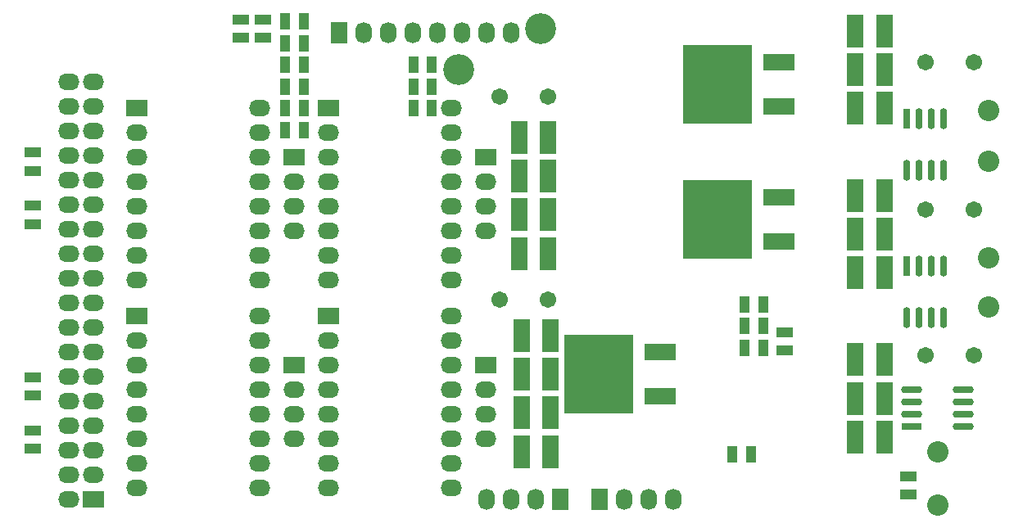
<source format=gbs>
G04 Layer_Color=16711935*
%FSLAX44Y44*%
%MOMM*%
G71*
G01*
G75*
%ADD44R,1.8032X1.0032*%
%ADD46R,1.0032X1.8032*%
%ADD55C,2.2032*%
%ADD56C,3.2032*%
%ADD57C,1.7032*%
%ADD58R,2.2032X1.7032*%
%ADD59O,2.2032X1.7032*%
%ADD60R,1.7032X2.2032*%
%ADD61O,1.7032X2.2032*%
%ADD62O,0.7532X2.1532*%
%ADD63R,0.7532X2.1532*%
%ADD64O,2.1532X0.7532*%
%ADD65R,2.1532X0.7532*%
%ADD66R,1.7032X3.4032*%
%ADD67R,7.2032X8.2032*%
%ADD68R,3.2032X1.8032*%
D44*
X265000Y615500D02*
D03*
Y634500D02*
D03*
Y560500D02*
D03*
Y579500D02*
D03*
X1170000Y280500D02*
D03*
Y299500D02*
D03*
X1042000Y448500D02*
D03*
Y429500D02*
D03*
X502500Y753000D02*
D03*
Y772000D02*
D03*
X480000Y753000D02*
D03*
Y772000D02*
D03*
X265000Y328000D02*
D03*
Y347000D02*
D03*
Y383000D02*
D03*
Y402000D02*
D03*
D46*
X1000500Y432500D02*
D03*
X1019500D02*
D03*
X1000500Y455000D02*
D03*
X1019500D02*
D03*
X1000500Y477500D02*
D03*
X1019500D02*
D03*
X658000Y680000D02*
D03*
X677000D02*
D03*
X677000Y702500D02*
D03*
X658000D02*
D03*
X658000Y725000D02*
D03*
X677000D02*
D03*
X544500Y680000D02*
D03*
X525500D02*
D03*
X525500Y657500D02*
D03*
X544500D02*
D03*
X525500Y702500D02*
D03*
X544500D02*
D03*
X525500Y725000D02*
D03*
X544500D02*
D03*
X544500Y747500D02*
D03*
X525500D02*
D03*
X525500Y770000D02*
D03*
X544500D02*
D03*
X1007000Y322500D02*
D03*
X988000D02*
D03*
D55*
X1200000Y270000D02*
D03*
Y325000D02*
D03*
X1252500Y475000D02*
D03*
Y525000D02*
D03*
Y625000D02*
D03*
Y677500D02*
D03*
D56*
X790000Y762500D02*
D03*
X705000Y720000D02*
D03*
D57*
X1187500Y425000D02*
D03*
X1237500D02*
D03*
X1187500Y575000D02*
D03*
X1237500D02*
D03*
X1187500Y727500D02*
D03*
X1237500D02*
D03*
X797500Y482500D02*
D03*
X747500D02*
D03*
X797500Y692500D02*
D03*
X747500D02*
D03*
D58*
X535000Y414100D02*
D03*
X733000D02*
D03*
X535000Y629100D02*
D03*
X733000D02*
D03*
X570000Y465000D02*
D03*
Y680000D02*
D03*
X372500Y465000D02*
D03*
Y680000D02*
D03*
X327000Y276000D02*
D03*
D59*
X535000Y388700D02*
D03*
Y363300D02*
D03*
Y337900D02*
D03*
X733000Y388700D02*
D03*
Y363300D02*
D03*
Y337900D02*
D03*
X535000Y603700D02*
D03*
Y578300D02*
D03*
Y552900D02*
D03*
X733000Y603700D02*
D03*
Y578300D02*
D03*
Y552900D02*
D03*
X570000Y287200D02*
D03*
Y312600D02*
D03*
Y439600D02*
D03*
Y414200D02*
D03*
Y388800D02*
D03*
Y363400D02*
D03*
Y338000D02*
D03*
X697000D02*
D03*
Y363400D02*
D03*
Y388800D02*
D03*
Y414200D02*
D03*
Y439600D02*
D03*
Y465000D02*
D03*
Y312600D02*
D03*
Y287200D02*
D03*
Y502200D02*
D03*
Y527600D02*
D03*
Y680000D02*
D03*
Y654600D02*
D03*
Y629200D02*
D03*
Y603800D02*
D03*
Y578400D02*
D03*
Y553000D02*
D03*
X570000D02*
D03*
Y578400D02*
D03*
Y603800D02*
D03*
Y629200D02*
D03*
Y654600D02*
D03*
Y527600D02*
D03*
Y502200D02*
D03*
X499500Y287200D02*
D03*
Y312600D02*
D03*
Y465000D02*
D03*
Y439600D02*
D03*
Y414200D02*
D03*
Y388800D02*
D03*
Y363400D02*
D03*
Y338000D02*
D03*
X372500D02*
D03*
Y363400D02*
D03*
Y388800D02*
D03*
Y414200D02*
D03*
Y439600D02*
D03*
Y312600D02*
D03*
Y287200D02*
D03*
Y502200D02*
D03*
Y527600D02*
D03*
Y654600D02*
D03*
Y629200D02*
D03*
Y603800D02*
D03*
Y578400D02*
D03*
Y553000D02*
D03*
X499500D02*
D03*
Y578400D02*
D03*
Y603800D02*
D03*
Y629200D02*
D03*
Y654600D02*
D03*
Y680000D02*
D03*
Y527600D02*
D03*
Y502200D02*
D03*
X301600Y707800D02*
D03*
Y682400D02*
D03*
Y657000D02*
D03*
Y631600D02*
D03*
Y606200D02*
D03*
Y580800D02*
D03*
Y555400D02*
D03*
Y530000D02*
D03*
Y504600D02*
D03*
Y479200D02*
D03*
Y453800D02*
D03*
Y428400D02*
D03*
Y403000D02*
D03*
Y377600D02*
D03*
Y352200D02*
D03*
Y326800D02*
D03*
Y301400D02*
D03*
Y276000D02*
D03*
X327000Y707800D02*
D03*
Y682400D02*
D03*
Y657000D02*
D03*
Y631600D02*
D03*
Y606200D02*
D03*
Y580800D02*
D03*
Y555400D02*
D03*
Y530000D02*
D03*
Y504600D02*
D03*
Y479200D02*
D03*
Y453800D02*
D03*
Y428400D02*
D03*
Y403000D02*
D03*
Y377600D02*
D03*
Y352200D02*
D03*
Y326800D02*
D03*
Y301400D02*
D03*
D60*
X850240Y276000D02*
D03*
X809600D02*
D03*
X581000Y758600D02*
D03*
D61*
X875640Y276000D02*
D03*
X901040D02*
D03*
X926440D02*
D03*
X784200D02*
D03*
X758800D02*
D03*
X733400D02*
D03*
X758800Y758600D02*
D03*
X733400D02*
D03*
X606400D02*
D03*
X631800D02*
D03*
X657200D02*
D03*
X682600D02*
D03*
X708000D02*
D03*
D62*
X1206550Y616000D02*
D03*
X1193850D02*
D03*
X1181150D02*
D03*
X1168450D02*
D03*
X1206550Y669000D02*
D03*
X1193850D02*
D03*
X1181150D02*
D03*
X1206550Y463500D02*
D03*
X1193850D02*
D03*
X1181150D02*
D03*
X1168450D02*
D03*
X1206550Y516500D02*
D03*
X1193850D02*
D03*
X1181150D02*
D03*
D63*
X1168450Y669000D02*
D03*
Y516500D02*
D03*
D64*
X1226500Y389050D02*
D03*
Y376350D02*
D03*
Y363650D02*
D03*
Y350950D02*
D03*
X1173500Y389050D02*
D03*
Y376350D02*
D03*
Y363650D02*
D03*
D65*
Y350950D02*
D03*
D66*
X1115000Y760000D02*
D03*
X1145000D02*
D03*
X1115000Y720000D02*
D03*
X1145000D02*
D03*
X1115000Y680000D02*
D03*
X1145000D02*
D03*
X1115000Y590000D02*
D03*
X1145000D02*
D03*
X1115000Y550000D02*
D03*
X1145000D02*
D03*
X1115000Y510000D02*
D03*
X1145000D02*
D03*
X1115000Y420000D02*
D03*
X1145000D02*
D03*
X1115000Y380000D02*
D03*
X1145000D02*
D03*
X1115000Y340000D02*
D03*
X1145000D02*
D03*
X770000Y325000D02*
D03*
X800000D02*
D03*
X770000Y365000D02*
D03*
X800000D02*
D03*
X770000Y405000D02*
D03*
X800000D02*
D03*
X770000Y445000D02*
D03*
X800000D02*
D03*
X767500Y530000D02*
D03*
X797500D02*
D03*
X767500Y570000D02*
D03*
X797500D02*
D03*
X767500Y610000D02*
D03*
X797500D02*
D03*
X767500Y650000D02*
D03*
X797500D02*
D03*
D67*
X850000Y405000D02*
D03*
X972500Y565000D02*
D03*
Y705000D02*
D03*
D68*
X913500Y382100D02*
D03*
Y427900D02*
D03*
X1036000Y542100D02*
D03*
Y587900D02*
D03*
Y682100D02*
D03*
Y727900D02*
D03*
M02*

</source>
